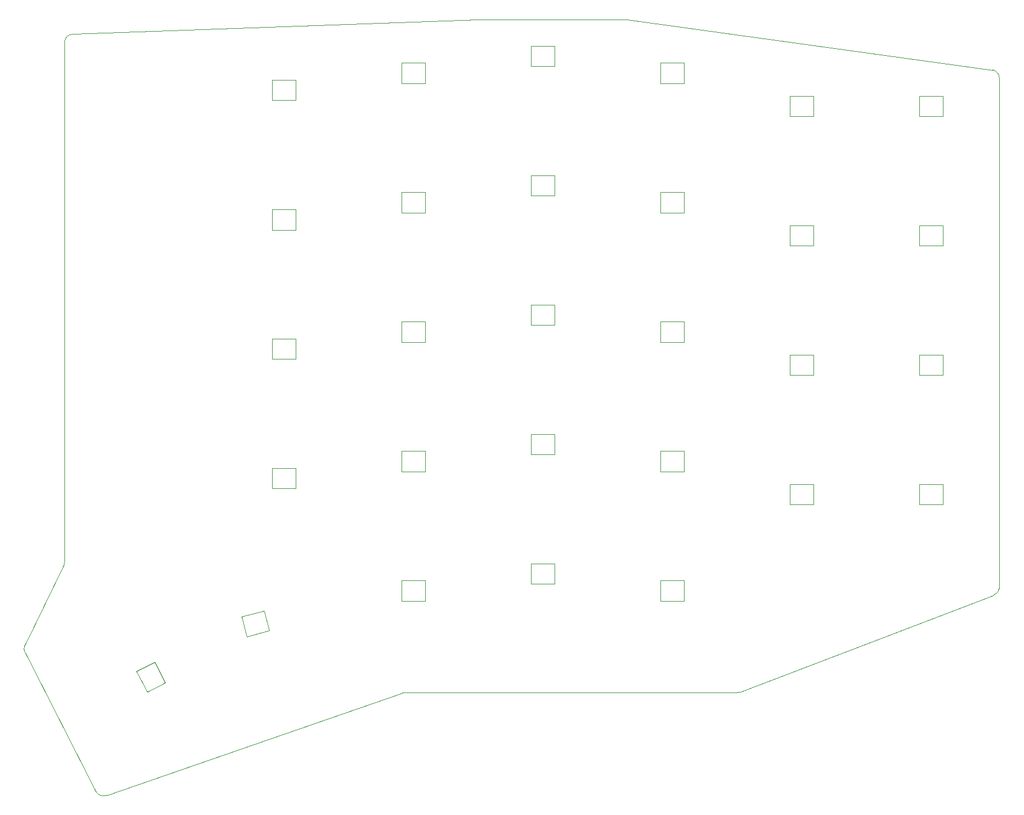
<source format=gm1>
G04 #@! TF.GenerationSoftware,KiCad,Pcbnew,(7.0.0-0)*
G04 #@! TF.CreationDate,2023-04-05T09:36:02-07:00*
G04 #@! TF.ProjectId,SofleKeyboard,536f666c-654b-4657-9962-6f6172642e6b,rev?*
G04 #@! TF.SameCoordinates,Original*
G04 #@! TF.FileFunction,Profile,NP*
%FSLAX46Y46*%
G04 Gerber Fmt 4.6, Leading zero omitted, Abs format (unit mm)*
G04 Created by KiCad (PCBNEW (7.0.0-0)) date 2023-04-05 09:36:02*
%MOMM*%
%LPD*%
G01*
G04 APERTURE LIST*
G04 #@! TA.AperFunction,Profile*
%ADD10C,0.100000*%
G04 #@! TD*
G04 APERTURE END LIST*
D10*
X92939326Y-148635238D02*
X82470000Y-128160000D01*
X171050000Y-34950000D02*
X224881310Y-42350671D01*
X82412647Y-127061224D02*
X88203906Y-115204224D01*
X138320000Y-134001274D02*
X187281274Y-134001274D01*
X149100000Y-34950000D02*
X89420000Y-37090000D01*
X224984147Y-119654598D02*
X187710950Y-133922503D01*
X88269764Y-114850868D02*
X88270669Y-38242163D01*
X149100000Y-34950000D02*
X171050000Y-34950000D01*
X137950000Y-134059269D02*
X94460656Y-149120453D01*
X225849999Y-43500000D02*
X225852723Y-118676068D01*
X225849965Y-43500001D02*
G75*
G03*
X224881310Y-42350671I-1213165J-39599D01*
G01*
X138320000Y-134001277D02*
G75*
G03*
X137950000Y-134059269I0J-1209323D01*
G01*
X82412615Y-127061210D02*
G75*
G03*
X82470001Y-128160000I1108685J-492990D01*
G01*
X88203901Y-115204222D02*
G75*
G03*
X88269764Y-114850868I-1146001J396422D01*
G01*
X92939312Y-148635246D02*
G75*
G03*
X94460656Y-149120453I1042688J641646D01*
G01*
X224984136Y-119654558D02*
G75*
G03*
X225852723Y-118676068I-311936J1151658D01*
G01*
X89420001Y-37090025D02*
G75*
G03*
X88270670Y-38242163I65399J-1214575D01*
G01*
X187281274Y-134001264D02*
G75*
G03*
X187710950Y-133922502I26J1211264D01*
G01*
X122250000Y-46800000D02*
X122250000Y-43800000D01*
X122250000Y-46800000D02*
X118850000Y-46800000D01*
X122250000Y-43800000D02*
X118850000Y-43800000D01*
X118850000Y-43800000D02*
X118850000Y-46800000D01*
X160350000Y-41800000D02*
X160350000Y-38800000D01*
X160350000Y-41800000D02*
X156950000Y-41800000D01*
X160350000Y-38800000D02*
X156950000Y-38800000D01*
X156950000Y-38800000D02*
X156950000Y-41800000D01*
X122250000Y-84900000D02*
X122250000Y-81900000D01*
X122250000Y-84900000D02*
X118850000Y-84900000D01*
X122250000Y-81900000D02*
X118850000Y-81900000D01*
X118850000Y-81900000D02*
X118850000Y-84900000D01*
X141300000Y-82400000D02*
X141300000Y-79400000D01*
X141300000Y-82400000D02*
X137900000Y-82400000D01*
X141300000Y-79400000D02*
X137900000Y-79400000D01*
X137900000Y-79400000D02*
X137900000Y-82400000D01*
X160350000Y-98950000D02*
X160350000Y-95950000D01*
X160350000Y-98950000D02*
X156950000Y-98950000D01*
X160350000Y-95950000D02*
X156950000Y-95950000D01*
X156950000Y-95950000D02*
X156950000Y-98950000D01*
X198450000Y-106350000D02*
X198450000Y-103350000D01*
X198450000Y-106350000D02*
X195050000Y-106350000D01*
X198450000Y-103350000D02*
X195050000Y-103350000D01*
X195050000Y-103350000D02*
X195050000Y-106350000D01*
X100418751Y-133902750D02*
X103091770Y-132540779D01*
X100418751Y-133902750D02*
X98875183Y-130873328D01*
X103091770Y-132540779D02*
X101548203Y-129511357D01*
X101548203Y-129511357D02*
X98875183Y-130873328D01*
X118413853Y-124869045D02*
X117637396Y-121971268D01*
X118413853Y-124869045D02*
X115129705Y-125749030D01*
X117637396Y-121971268D02*
X114353248Y-122851252D01*
X114353248Y-122851252D02*
X115129705Y-125749030D01*
X217500000Y-68250000D02*
X217500000Y-65250000D01*
X217500000Y-68250000D02*
X214100000Y-68250000D01*
X217500000Y-65250000D02*
X214100000Y-65250000D01*
X214100000Y-65250000D02*
X214100000Y-68250000D01*
X217500000Y-87300000D02*
X217500000Y-84300000D01*
X217500000Y-87300000D02*
X214100000Y-87300000D01*
X217500000Y-84300000D02*
X214100000Y-84300000D01*
X214100000Y-84300000D02*
X214100000Y-87300000D01*
X217500000Y-106350000D02*
X217500000Y-103350000D01*
X217500000Y-106350000D02*
X214100000Y-106350000D01*
X217500000Y-103350000D02*
X214100000Y-103350000D01*
X214100000Y-103350000D02*
X214100000Y-106350000D01*
X179400000Y-44300000D02*
X179400000Y-41300000D01*
X179400000Y-44300000D02*
X176000000Y-44300000D01*
X179400000Y-41300000D02*
X176000000Y-41300000D01*
X176000000Y-41300000D02*
X176000000Y-44300000D01*
X198450000Y-49200000D02*
X198450000Y-46200000D01*
X198450000Y-49200000D02*
X195050000Y-49200000D01*
X198450000Y-46200000D02*
X195050000Y-46200000D01*
X195050000Y-46200000D02*
X195050000Y-49200000D01*
X141300000Y-63350000D02*
X141300000Y-60350000D01*
X141300000Y-63350000D02*
X137900000Y-63350000D01*
X141300000Y-60350000D02*
X137900000Y-60350000D01*
X137900000Y-60350000D02*
X137900000Y-63350000D01*
X179400000Y-63350000D02*
X179400000Y-60350000D01*
X179400000Y-63350000D02*
X176000000Y-63350000D01*
X179400000Y-60350000D02*
X176000000Y-60350000D01*
X176000000Y-60350000D02*
X176000000Y-63350000D01*
X160350000Y-60850000D02*
X160350000Y-57850000D01*
X160350000Y-60850000D02*
X156950000Y-60850000D01*
X160350000Y-57850000D02*
X156950000Y-57850000D01*
X156950000Y-57850000D02*
X156950000Y-60850000D01*
X179400000Y-82400000D02*
X179400000Y-79400000D01*
X179400000Y-82400000D02*
X176000000Y-82400000D01*
X179400000Y-79400000D02*
X176000000Y-79400000D01*
X176000000Y-79400000D02*
X176000000Y-82400000D01*
X217500000Y-49200000D02*
X217500000Y-46200000D01*
X217500000Y-49200000D02*
X214100000Y-49200000D01*
X217500000Y-46200000D02*
X214100000Y-46200000D01*
X214100000Y-46200000D02*
X214100000Y-49200000D01*
X122250000Y-65900000D02*
X122250000Y-62900000D01*
X122250000Y-65900000D02*
X118850000Y-65900000D01*
X122250000Y-62900000D02*
X118850000Y-62900000D01*
X118850000Y-62900000D02*
X118850000Y-65900000D01*
X179400000Y-120500000D02*
X179400000Y-117500000D01*
X179400000Y-120500000D02*
X176000000Y-120500000D01*
X179400000Y-117500000D02*
X176000000Y-117500000D01*
X176000000Y-117500000D02*
X176000000Y-120500000D01*
X198450000Y-68250000D02*
X198450000Y-65250000D01*
X198450000Y-68250000D02*
X195050000Y-68250000D01*
X198450000Y-65250000D02*
X195050000Y-65250000D01*
X195050000Y-65250000D02*
X195050000Y-68250000D01*
X179400000Y-101450000D02*
X179400000Y-98450000D01*
X179400000Y-101450000D02*
X176000000Y-101450000D01*
X179400000Y-98450000D02*
X176000000Y-98450000D01*
X176000000Y-98450000D02*
X176000000Y-101450000D01*
X198450000Y-87300000D02*
X198450000Y-84300000D01*
X198450000Y-87300000D02*
X195050000Y-87300000D01*
X198450000Y-84300000D02*
X195050000Y-84300000D01*
X195050000Y-84300000D02*
X195050000Y-87300000D01*
X160350000Y-118000000D02*
X160350000Y-115000000D01*
X160350000Y-118000000D02*
X156950000Y-118000000D01*
X160350000Y-115000000D02*
X156950000Y-115000000D01*
X156950000Y-115000000D02*
X156950000Y-118000000D01*
X160350000Y-79900000D02*
X160350000Y-76900000D01*
X160350000Y-79900000D02*
X156950000Y-79900000D01*
X160350000Y-76900000D02*
X156950000Y-76900000D01*
X156950000Y-76900000D02*
X156950000Y-79900000D01*
X141300000Y-44300000D02*
X141300000Y-41300000D01*
X141300000Y-44300000D02*
X137900000Y-44300000D01*
X141300000Y-41300000D02*
X137900000Y-41300000D01*
X137900000Y-41300000D02*
X137900000Y-44300000D01*
X141300000Y-101450000D02*
X141300000Y-98450000D01*
X141300000Y-101450000D02*
X137900000Y-101450000D01*
X141300000Y-98450000D02*
X137900000Y-98450000D01*
X137900000Y-98450000D02*
X137900000Y-101450000D01*
X141300000Y-120500000D02*
X141300000Y-117500000D01*
X141300000Y-120500000D02*
X137900000Y-120500000D01*
X141300000Y-117500000D02*
X137900000Y-117500000D01*
X137900000Y-117500000D02*
X137900000Y-120500000D01*
X122250000Y-103950000D02*
X122250000Y-100950000D01*
X122250000Y-103950000D02*
X118850000Y-103950000D01*
X122250000Y-100950000D02*
X118850000Y-100950000D01*
X118850000Y-100950000D02*
X118850000Y-103950000D01*
M02*

</source>
